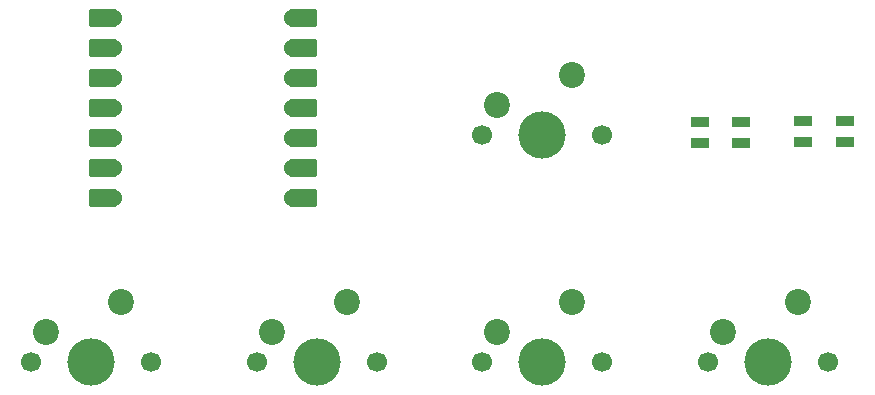
<source format=gbr>
%TF.GenerationSoftware,KiCad,Pcbnew,9.0.2*%
%TF.CreationDate,2025-06-20T17:03:44-04:00*%
%TF.ProjectId,HackPad,4861636b-5061-4642-9e6b-696361645f70,rev?*%
%TF.SameCoordinates,Original*%
%TF.FileFunction,Soldermask,Top*%
%TF.FilePolarity,Negative*%
%FSLAX46Y46*%
G04 Gerber Fmt 4.6, Leading zero omitted, Abs format (unit mm)*
G04 Created by KiCad (PCBNEW 9.0.2) date 2025-06-20 17:03:44*
%MOMM*%
%LPD*%
G01*
G04 APERTURE LIST*
G04 Aperture macros list*
%AMRoundRect*
0 Rectangle with rounded corners*
0 $1 Rounding radius*
0 $2 $3 $4 $5 $6 $7 $8 $9 X,Y pos of 4 corners*
0 Add a 4 corners polygon primitive as box body*
4,1,4,$2,$3,$4,$5,$6,$7,$8,$9,$2,$3,0*
0 Add four circle primitives for the rounded corners*
1,1,$1+$1,$2,$3*
1,1,$1+$1,$4,$5*
1,1,$1+$1,$6,$7*
1,1,$1+$1,$8,$9*
0 Add four rect primitives between the rounded corners*
20,1,$1+$1,$2,$3,$4,$5,0*
20,1,$1+$1,$4,$5,$6,$7,0*
20,1,$1+$1,$6,$7,$8,$9,0*
20,1,$1+$1,$8,$9,$2,$3,0*%
G04 Aperture macros list end*
%ADD10C,1.700000*%
%ADD11C,4.000000*%
%ADD12C,2.200000*%
%ADD13RoundRect,0.152400X1.063600X0.609600X-1.063600X0.609600X-1.063600X-0.609600X1.063600X-0.609600X0*%
%ADD14C,1.524000*%
%ADD15RoundRect,0.152400X-1.063600X-0.609600X1.063600X-0.609600X1.063600X0.609600X-1.063600X0.609600X0*%
%ADD16R,1.600000X0.850000*%
G04 APERTURE END LIST*
D10*
%TO.C,SW3*%
X232380000Y-101080000D03*
D11*
X237460000Y-101080000D03*
D10*
X242540000Y-101080000D03*
D12*
X240000000Y-96000000D03*
X233650000Y-98540000D03*
%TD*%
D10*
%TO.C,SW4*%
X213380000Y-101080000D03*
D11*
X218460000Y-101080000D03*
D10*
X223540000Y-101080000D03*
D12*
X221000000Y-96000000D03*
X214650000Y-98540000D03*
%TD*%
D13*
%TO.C,U1*%
X200300000Y-71975000D03*
D14*
X201135000Y-71975000D03*
D13*
X200300000Y-74515000D03*
D14*
X201135000Y-74515000D03*
D13*
X200300000Y-77055000D03*
D14*
X201135000Y-77055000D03*
D13*
X200300000Y-79595000D03*
D14*
X201135000Y-79595000D03*
D13*
X200300000Y-82135000D03*
D14*
X201135000Y-82135000D03*
D13*
X200300000Y-84675000D03*
D14*
X201135000Y-84675000D03*
D13*
X200300000Y-87215000D03*
D14*
X201135000Y-87215000D03*
X216375000Y-87215000D03*
D15*
X217210000Y-87215000D03*
D14*
X216375000Y-84675000D03*
D15*
X217210000Y-84675000D03*
D14*
X216375000Y-82135000D03*
D15*
X217210000Y-82135000D03*
D14*
X216375000Y-79595000D03*
D15*
X217210000Y-79595000D03*
D14*
X216375000Y-77055000D03*
D15*
X217210000Y-77055000D03*
D14*
X216375000Y-74515000D03*
D15*
X217210000Y-74515000D03*
D14*
X216375000Y-71975000D03*
D15*
X217210000Y-71975000D03*
%TD*%
D10*
%TO.C,SW2*%
X232390000Y-81900000D03*
D11*
X237470000Y-81900000D03*
D10*
X242550000Y-81900000D03*
D12*
X240010000Y-76820000D03*
X233660000Y-79360000D03*
%TD*%
D10*
%TO.C,SW5*%
X194205000Y-101105000D03*
D11*
X199285000Y-101105000D03*
D10*
X204365000Y-101105000D03*
D12*
X201825000Y-96025000D03*
X195475000Y-98565000D03*
%TD*%
D10*
%TO.C,SW1*%
X251530000Y-101090000D03*
D11*
X256610000Y-101090000D03*
D10*
X261690000Y-101090000D03*
D12*
X259150000Y-96010000D03*
X252800000Y-98550000D03*
%TD*%
D16*
%TO.C,D1*%
X250850000Y-80825000D03*
X250850000Y-82575000D03*
X254350000Y-82575000D03*
X254350000Y-80825000D03*
%TD*%
%TO.C,D2*%
X259600000Y-80700000D03*
X259600000Y-82450000D03*
X263100000Y-82450000D03*
X263100000Y-80700000D03*
%TD*%
M02*

</source>
